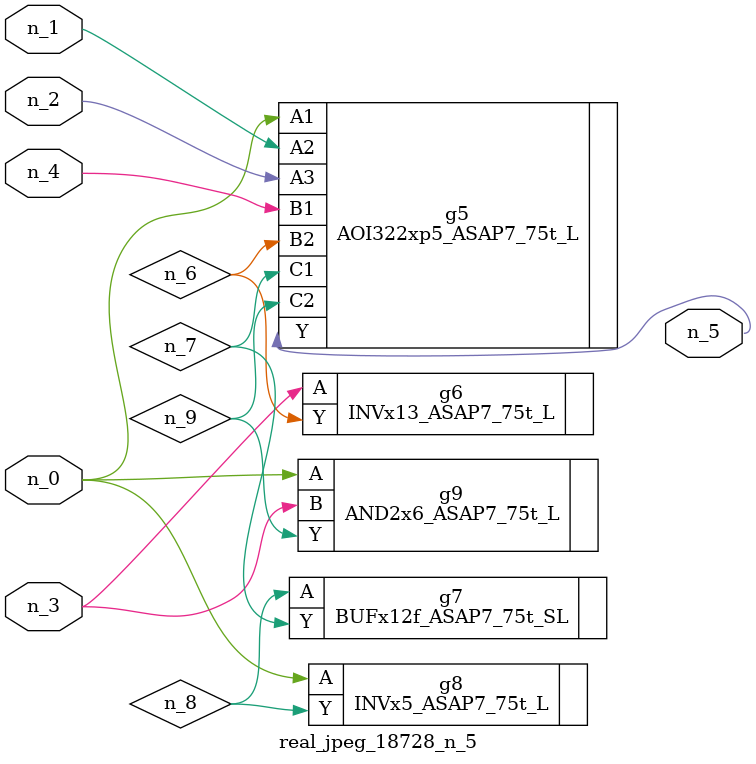
<source format=v>
module real_jpeg_18728_n_5 (n_4, n_0, n_1, n_2, n_3, n_5);

input n_4;
input n_0;
input n_1;
input n_2;
input n_3;

output n_5;

wire n_8;
wire n_6;
wire n_7;
wire n_9;

AOI322xp5_ASAP7_75t_L g5 ( 
.A1(n_0),
.A2(n_1),
.A3(n_2),
.B1(n_4),
.B2(n_6),
.C1(n_7),
.C2(n_9),
.Y(n_5)
);

INVx5_ASAP7_75t_L g8 ( 
.A(n_0),
.Y(n_8)
);

AND2x6_ASAP7_75t_L g9 ( 
.A(n_0),
.B(n_3),
.Y(n_9)
);

INVx13_ASAP7_75t_L g6 ( 
.A(n_3),
.Y(n_6)
);

BUFx12f_ASAP7_75t_SL g7 ( 
.A(n_8),
.Y(n_7)
);


endmodule
</source>
